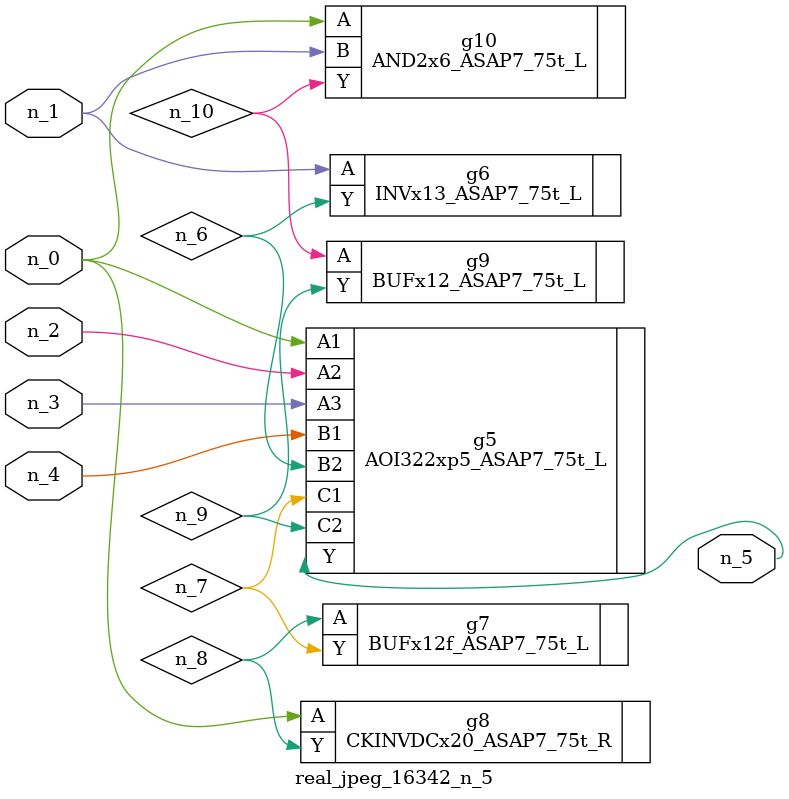
<source format=v>
module real_jpeg_16342_n_5 (n_4, n_0, n_1, n_2, n_3, n_5);

input n_4;
input n_0;
input n_1;
input n_2;
input n_3;

output n_5;

wire n_8;
wire n_6;
wire n_7;
wire n_10;
wire n_9;

AOI322xp5_ASAP7_75t_L g5 ( 
.A1(n_0),
.A2(n_2),
.A3(n_3),
.B1(n_4),
.B2(n_6),
.C1(n_7),
.C2(n_9),
.Y(n_5)
);

CKINVDCx20_ASAP7_75t_R g8 ( 
.A(n_0),
.Y(n_8)
);

AND2x6_ASAP7_75t_L g10 ( 
.A(n_0),
.B(n_1),
.Y(n_10)
);

INVx13_ASAP7_75t_L g6 ( 
.A(n_1),
.Y(n_6)
);

BUFx12f_ASAP7_75t_L g7 ( 
.A(n_8),
.Y(n_7)
);

BUFx12_ASAP7_75t_L g9 ( 
.A(n_10),
.Y(n_9)
);


endmodule
</source>
